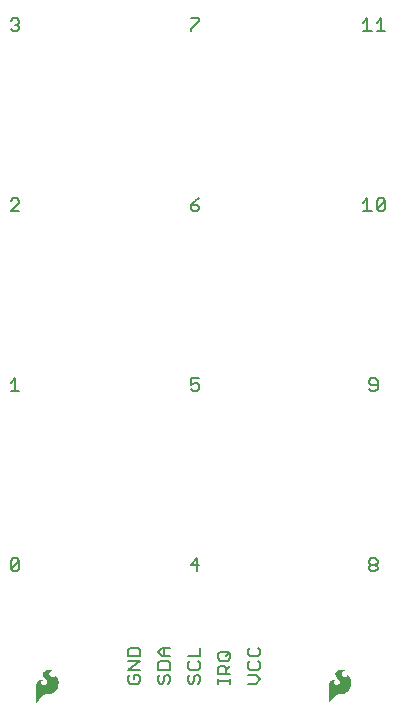
<source format=gbr>
G04 EAGLE Gerber RS-274X export*
G75*
%MOMM*%
%FSLAX34Y34*%
%LPD*%
%INSilkscreen Top*%
%IPPOS*%
%AMOC8*
5,1,8,0,0,1.08239X$1,22.5*%
G01*
%ADD10C,0.203200*%

G36*
X355610Y12601D02*
X355610Y12601D01*
X355614Y12599D01*
X355684Y12635D01*
X355694Y12640D01*
X355695Y12641D01*
X360567Y18123D01*
X361421Y18905D01*
X362411Y19494D01*
X362762Y19621D01*
X363130Y19686D01*
X365405Y19686D01*
X365410Y19688D01*
X365416Y19686D01*
X366780Y19810D01*
X366790Y19816D01*
X366802Y19814D01*
X368121Y20182D01*
X368129Y20190D01*
X368142Y20191D01*
X369372Y20791D01*
X369379Y20798D01*
X369390Y20801D01*
X370547Y21618D01*
X370552Y21626D01*
X370561Y21629D01*
X371592Y22601D01*
X371595Y22609D01*
X371601Y22611D01*
X371602Y22613D01*
X371604Y22614D01*
X372489Y23721D01*
X372491Y23731D01*
X372500Y23738D01*
X373447Y25419D01*
X373448Y25430D01*
X373456Y25440D01*
X374084Y27264D01*
X374083Y27275D01*
X374090Y27286D01*
X374378Y29193D01*
X374375Y29204D01*
X374380Y29216D01*
X374378Y29268D01*
X374370Y29520D01*
X374366Y29646D01*
X374366Y29647D01*
X374358Y29899D01*
X374350Y30152D01*
X374346Y30278D01*
X374338Y30530D01*
X374327Y30909D01*
X374319Y31144D01*
X374315Y31153D01*
X374317Y31165D01*
X374110Y32204D01*
X374105Y32212D01*
X374105Y32223D01*
X373747Y33220D01*
X373741Y33227D01*
X373740Y33238D01*
X373238Y34172D01*
X373229Y34179D01*
X373226Y34191D01*
X372319Y35328D01*
X372308Y35334D01*
X372301Y35347D01*
X371175Y36268D01*
X371132Y36280D01*
X371091Y36296D01*
X371086Y36294D01*
X371080Y36295D01*
X371042Y36274D01*
X371002Y36255D01*
X370999Y36249D01*
X370995Y36247D01*
X370987Y36218D01*
X370969Y36170D01*
X370969Y35290D01*
X370953Y35170D01*
X370909Y35067D01*
X370635Y34727D01*
X370274Y34479D01*
X370100Y34414D01*
X369562Y34356D01*
X369032Y34454D01*
X368544Y34703D01*
X367642Y35354D01*
X367230Y35708D01*
X366879Y36118D01*
X366596Y36576D01*
X366390Y37070D01*
X366331Y37370D01*
X366343Y37673D01*
X366500Y38192D01*
X366786Y38652D01*
X367181Y39022D01*
X367662Y39277D01*
X368152Y39416D01*
X368663Y39473D01*
X369266Y39473D01*
X369267Y39473D01*
X369289Y39482D01*
X369357Y39511D01*
X369392Y39603D01*
X369388Y39612D01*
X369354Y39688D01*
X369352Y39691D01*
X369351Y39692D01*
X369350Y39693D01*
X369329Y39713D01*
X369322Y39716D01*
X369318Y39724D01*
X368883Y40062D01*
X368868Y40066D01*
X368856Y40078D01*
X368352Y40299D01*
X368351Y40299D01*
X367995Y40451D01*
X367767Y40552D01*
X367757Y40553D01*
X367747Y40559D01*
X366869Y40779D01*
X366860Y40778D01*
X366850Y40782D01*
X365950Y40868D01*
X365940Y40864D01*
X365928Y40868D01*
X365060Y40802D01*
X365049Y40796D01*
X365036Y40797D01*
X364196Y40566D01*
X364186Y40558D01*
X364173Y40557D01*
X363393Y40169D01*
X363386Y40161D01*
X363375Y40158D01*
X362598Y39598D01*
X362594Y39591D01*
X362585Y39587D01*
X361889Y38929D01*
X361884Y38918D01*
X361873Y38910D01*
X361442Y38307D01*
X361439Y38292D01*
X361427Y38279D01*
X361160Y37587D01*
X361160Y37571D01*
X361152Y37556D01*
X361065Y36819D01*
X361070Y36804D01*
X361066Y36787D01*
X361165Y36052D01*
X361173Y36039D01*
X361173Y36022D01*
X361453Y35334D01*
X361462Y35325D01*
X361465Y35311D01*
X362652Y33553D01*
X362660Y33548D01*
X362664Y33537D01*
X364117Y31996D01*
X364487Y31561D01*
X364727Y31058D01*
X364829Y30510D01*
X364786Y29954D01*
X364600Y29429D01*
X364285Y28969D01*
X363860Y28604D01*
X363317Y28311D01*
X362731Y28113D01*
X362121Y28016D01*
X361410Y28051D01*
X360732Y28258D01*
X360126Y28623D01*
X359813Y28951D01*
X359607Y29355D01*
X359514Y29771D01*
X359514Y30199D01*
X359607Y30614D01*
X359679Y30752D01*
X359797Y30866D01*
X360621Y31465D01*
X360754Y31536D01*
X360892Y31564D01*
X361050Y31548D01*
X361093Y31562D01*
X361138Y31573D01*
X361140Y31577D01*
X361144Y31578D01*
X361164Y31619D01*
X361187Y31658D01*
X361186Y31662D01*
X361188Y31666D01*
X361173Y31709D01*
X361160Y31753D01*
X361157Y31755D01*
X361156Y31759D01*
X361118Y31778D01*
X361082Y31799D01*
X360599Y31875D01*
X360594Y31874D01*
X360589Y31876D01*
X359649Y31949D01*
X359640Y31946D01*
X359629Y31949D01*
X358689Y31876D01*
X358679Y31871D01*
X358667Y31872D01*
X357968Y31688D01*
X357958Y31680D01*
X357944Y31679D01*
X357296Y31358D01*
X357288Y31349D01*
X357274Y31345D01*
X356704Y30900D01*
X356698Y30889D01*
X356686Y30883D01*
X356216Y30333D01*
X356212Y30321D01*
X356201Y30312D01*
X355800Y29580D01*
X355799Y29567D01*
X355790Y29556D01*
X355550Y28757D01*
X355551Y28744D01*
X355545Y28731D01*
X355475Y27900D01*
X355477Y27894D01*
X355475Y27889D01*
X355475Y12725D01*
X355477Y12720D01*
X355475Y12716D01*
X355496Y12676D01*
X355513Y12634D01*
X355518Y12633D01*
X355520Y12628D01*
X355563Y12615D01*
X355605Y12599D01*
X355610Y12601D01*
G37*
G36*
X107960Y12601D02*
X107960Y12601D01*
X107964Y12599D01*
X108034Y12635D01*
X108044Y12640D01*
X108045Y12641D01*
X112917Y18123D01*
X113771Y18905D01*
X114761Y19494D01*
X115112Y19621D01*
X115480Y19686D01*
X117755Y19686D01*
X117760Y19688D01*
X117766Y19686D01*
X119130Y19810D01*
X119140Y19816D01*
X119152Y19814D01*
X120471Y20182D01*
X120479Y20190D01*
X120492Y20191D01*
X121722Y20791D01*
X121729Y20798D01*
X121740Y20801D01*
X122897Y21618D01*
X122902Y21626D01*
X122911Y21629D01*
X123942Y22601D01*
X123945Y22609D01*
X123951Y22611D01*
X123952Y22613D01*
X123954Y22614D01*
X124839Y23721D01*
X124841Y23731D01*
X124850Y23738D01*
X125797Y25419D01*
X125798Y25430D01*
X125806Y25440D01*
X126434Y27264D01*
X126433Y27275D01*
X126440Y27286D01*
X126728Y29193D01*
X126725Y29204D01*
X126730Y29216D01*
X126728Y29268D01*
X126720Y29520D01*
X126716Y29646D01*
X126716Y29647D01*
X126708Y29899D01*
X126700Y30152D01*
X126696Y30278D01*
X126688Y30530D01*
X126677Y30909D01*
X126669Y31144D01*
X126665Y31153D01*
X126667Y31165D01*
X126460Y32204D01*
X126455Y32212D01*
X126455Y32223D01*
X126097Y33220D01*
X126091Y33227D01*
X126090Y33238D01*
X125588Y34172D01*
X125579Y34179D01*
X125576Y34191D01*
X124669Y35328D01*
X124658Y35334D01*
X124651Y35347D01*
X123525Y36268D01*
X123482Y36280D01*
X123441Y36296D01*
X123436Y36294D01*
X123430Y36295D01*
X123392Y36274D01*
X123352Y36255D01*
X123349Y36249D01*
X123345Y36247D01*
X123337Y36218D01*
X123319Y36170D01*
X123319Y35290D01*
X123303Y35170D01*
X123259Y35067D01*
X122985Y34727D01*
X122624Y34479D01*
X122450Y34414D01*
X121912Y34356D01*
X121382Y34454D01*
X120894Y34703D01*
X119992Y35354D01*
X119580Y35708D01*
X119229Y36118D01*
X118946Y36576D01*
X118740Y37070D01*
X118681Y37370D01*
X118693Y37673D01*
X118850Y38192D01*
X119136Y38652D01*
X119531Y39022D01*
X120012Y39277D01*
X120502Y39416D01*
X121013Y39473D01*
X121616Y39473D01*
X121617Y39473D01*
X121639Y39482D01*
X121707Y39511D01*
X121742Y39603D01*
X121738Y39612D01*
X121704Y39688D01*
X121702Y39691D01*
X121701Y39692D01*
X121700Y39693D01*
X121679Y39713D01*
X121672Y39716D01*
X121668Y39724D01*
X121233Y40062D01*
X121218Y40066D01*
X121206Y40078D01*
X120702Y40299D01*
X120701Y40299D01*
X120345Y40451D01*
X120117Y40552D01*
X120107Y40553D01*
X120097Y40559D01*
X119219Y40779D01*
X119210Y40778D01*
X119200Y40782D01*
X118300Y40868D01*
X118290Y40864D01*
X118278Y40868D01*
X117410Y40802D01*
X117399Y40796D01*
X117386Y40797D01*
X116546Y40566D01*
X116536Y40558D01*
X116523Y40557D01*
X115743Y40169D01*
X115736Y40161D01*
X115725Y40158D01*
X114948Y39598D01*
X114944Y39591D01*
X114935Y39587D01*
X114239Y38929D01*
X114234Y38918D01*
X114223Y38910D01*
X113792Y38307D01*
X113789Y38292D01*
X113777Y38279D01*
X113510Y37587D01*
X113510Y37571D01*
X113502Y37556D01*
X113415Y36819D01*
X113420Y36804D01*
X113416Y36787D01*
X113515Y36052D01*
X113523Y36039D01*
X113523Y36022D01*
X113803Y35334D01*
X113812Y35325D01*
X113815Y35311D01*
X115002Y33553D01*
X115010Y33548D01*
X115014Y33537D01*
X116467Y31996D01*
X116837Y31561D01*
X117077Y31058D01*
X117179Y30510D01*
X117136Y29954D01*
X116950Y29429D01*
X116635Y28969D01*
X116210Y28604D01*
X115667Y28311D01*
X115081Y28113D01*
X114471Y28016D01*
X113760Y28051D01*
X113082Y28258D01*
X112476Y28623D01*
X112163Y28951D01*
X111957Y29355D01*
X111864Y29771D01*
X111864Y30199D01*
X111957Y30614D01*
X112029Y30752D01*
X112147Y30866D01*
X112971Y31465D01*
X113104Y31536D01*
X113242Y31564D01*
X113400Y31548D01*
X113443Y31562D01*
X113488Y31573D01*
X113490Y31577D01*
X113494Y31578D01*
X113514Y31619D01*
X113537Y31658D01*
X113536Y31662D01*
X113538Y31666D01*
X113523Y31709D01*
X113510Y31753D01*
X113507Y31755D01*
X113506Y31759D01*
X113468Y31778D01*
X113432Y31799D01*
X112949Y31875D01*
X112944Y31874D01*
X112939Y31876D01*
X111999Y31949D01*
X111990Y31946D01*
X111979Y31949D01*
X111039Y31876D01*
X111029Y31871D01*
X111017Y31872D01*
X110318Y31688D01*
X110308Y31680D01*
X110294Y31679D01*
X109646Y31358D01*
X109638Y31349D01*
X109624Y31345D01*
X109054Y30900D01*
X109048Y30889D01*
X109036Y30883D01*
X108566Y30333D01*
X108562Y30321D01*
X108551Y30312D01*
X108150Y29580D01*
X108149Y29567D01*
X108140Y29556D01*
X107900Y28757D01*
X107901Y28744D01*
X107895Y28731D01*
X107825Y27900D01*
X107827Y27894D01*
X107825Y27889D01*
X107825Y12725D01*
X107827Y12720D01*
X107825Y12716D01*
X107846Y12676D01*
X107863Y12634D01*
X107868Y12633D01*
X107870Y12628D01*
X107913Y12615D01*
X107955Y12599D01*
X107960Y12601D01*
G37*
D10*
X286757Y28956D02*
X293875Y28956D01*
X297434Y32515D01*
X293875Y36074D01*
X286757Y36074D01*
X286757Y45989D02*
X288536Y47768D01*
X286757Y45989D02*
X286757Y42429D01*
X288536Y40650D01*
X295655Y40650D01*
X297434Y42429D01*
X297434Y45989D01*
X295655Y47768D01*
X286757Y57683D02*
X288536Y59462D01*
X286757Y57683D02*
X286757Y54123D01*
X288536Y52344D01*
X295655Y52344D01*
X297434Y54123D01*
X297434Y57683D01*
X295655Y59462D01*
X272034Y32515D02*
X272034Y28956D01*
X272034Y30736D02*
X261357Y30736D01*
X261357Y32515D02*
X261357Y28956D01*
X261357Y36752D02*
X272034Y36752D01*
X261357Y36752D02*
X261357Y42091D01*
X263136Y43870D01*
X266695Y43870D01*
X268475Y42091D01*
X268475Y36752D01*
X268475Y40311D02*
X272034Y43870D01*
X270255Y48446D02*
X263136Y48446D01*
X261357Y50225D01*
X261357Y53785D01*
X263136Y55564D01*
X270255Y55564D01*
X272034Y53785D01*
X272034Y50225D01*
X270255Y48446D01*
X268475Y52005D02*
X272034Y55564D01*
X237736Y36074D02*
X235957Y34295D01*
X235957Y30736D01*
X237736Y28956D01*
X239516Y28956D01*
X241295Y30736D01*
X241295Y34295D01*
X243075Y36074D01*
X244855Y36074D01*
X246634Y34295D01*
X246634Y30736D01*
X244855Y28956D01*
X235957Y45989D02*
X237736Y47768D01*
X235957Y45989D02*
X235957Y42429D01*
X237736Y40650D01*
X244855Y40650D01*
X246634Y42429D01*
X246634Y45989D01*
X244855Y47768D01*
X246634Y52344D02*
X235957Y52344D01*
X246634Y52344D02*
X246634Y59462D01*
X212336Y36074D02*
X210557Y34295D01*
X210557Y30736D01*
X212336Y28956D01*
X214116Y28956D01*
X215895Y30736D01*
X215895Y34295D01*
X217675Y36074D01*
X219455Y36074D01*
X221234Y34295D01*
X221234Y30736D01*
X219455Y28956D01*
X221234Y40650D02*
X210557Y40650D01*
X221234Y40650D02*
X221234Y45989D01*
X219455Y47768D01*
X212336Y47768D01*
X210557Y45989D01*
X210557Y40650D01*
X214116Y52344D02*
X221234Y52344D01*
X214116Y52344D02*
X210557Y55903D01*
X214116Y59462D01*
X221234Y59462D01*
X215895Y59462D02*
X215895Y52344D01*
X186936Y36074D02*
X185157Y34295D01*
X185157Y30736D01*
X186936Y28956D01*
X194055Y28956D01*
X195834Y30736D01*
X195834Y34295D01*
X194055Y36074D01*
X190495Y36074D01*
X190495Y32515D01*
X185157Y40650D02*
X195834Y40650D01*
X195834Y47768D02*
X185157Y40650D01*
X185157Y47768D02*
X195834Y47768D01*
X195834Y52344D02*
X185157Y52344D01*
X195834Y52344D02*
X195834Y57683D01*
X194055Y59462D01*
X186936Y59462D01*
X185157Y57683D01*
X185157Y52344D01*
X384556Y436124D02*
X388115Y439683D01*
X388115Y429006D01*
X384556Y429006D02*
X391674Y429006D01*
X396250Y430786D02*
X396250Y437904D01*
X398029Y439683D01*
X401589Y439683D01*
X403368Y437904D01*
X403368Y430786D01*
X401589Y429006D01*
X398029Y429006D01*
X396250Y430786D01*
X403368Y437904D01*
X384556Y588524D02*
X388115Y592083D01*
X388115Y581406D01*
X384556Y581406D02*
X391674Y581406D01*
X396250Y588524D02*
X399809Y592083D01*
X399809Y581406D01*
X396250Y581406D02*
X403368Y581406D01*
X389636Y278386D02*
X391416Y276606D01*
X394975Y276606D01*
X396754Y278386D01*
X396754Y285504D01*
X394975Y287283D01*
X391416Y287283D01*
X389636Y285504D01*
X389636Y283724D01*
X391416Y281945D01*
X396754Y281945D01*
X391416Y134883D02*
X389636Y133104D01*
X391416Y134883D02*
X394975Y134883D01*
X396754Y133104D01*
X396754Y131324D01*
X394975Y129545D01*
X396754Y127765D01*
X396754Y125986D01*
X394975Y124206D01*
X391416Y124206D01*
X389636Y125986D01*
X389636Y127765D01*
X391416Y129545D01*
X389636Y131324D01*
X389636Y133104D01*
X391416Y129545D02*
X394975Y129545D01*
X245624Y592083D02*
X238506Y592083D01*
X245624Y592083D02*
X245624Y590304D01*
X238506Y583186D01*
X238506Y581406D01*
X245624Y439683D02*
X242065Y437904D01*
X238506Y434345D01*
X238506Y430786D01*
X240286Y429006D01*
X243845Y429006D01*
X245624Y430786D01*
X245624Y432565D01*
X243845Y434345D01*
X238506Y434345D01*
X238506Y287283D02*
X245624Y287283D01*
X238506Y287283D02*
X238506Y281945D01*
X242065Y283724D01*
X243845Y283724D01*
X245624Y281945D01*
X245624Y278386D01*
X243845Y276606D01*
X240286Y276606D01*
X238506Y278386D01*
X243845Y134883D02*
X243845Y124206D01*
X238506Y129545D02*
X243845Y134883D01*
X245624Y129545D02*
X238506Y129545D01*
X86106Y590304D02*
X87886Y592083D01*
X91445Y592083D01*
X93224Y590304D01*
X93224Y588524D01*
X91445Y586745D01*
X89665Y586745D01*
X91445Y586745D02*
X93224Y584965D01*
X93224Y583186D01*
X91445Y581406D01*
X87886Y581406D01*
X86106Y583186D01*
X86106Y429006D02*
X93224Y429006D01*
X86106Y429006D02*
X93224Y436124D01*
X93224Y437904D01*
X91445Y439683D01*
X87886Y439683D01*
X86106Y437904D01*
X89665Y287283D02*
X86106Y283724D01*
X89665Y287283D02*
X89665Y276606D01*
X86106Y276606D02*
X93224Y276606D01*
X86106Y133104D02*
X86106Y125986D01*
X86106Y133104D02*
X87886Y134883D01*
X91445Y134883D01*
X93224Y133104D01*
X93224Y125986D01*
X91445Y124206D01*
X87886Y124206D01*
X86106Y125986D01*
X93224Y133104D01*
M02*

</source>
